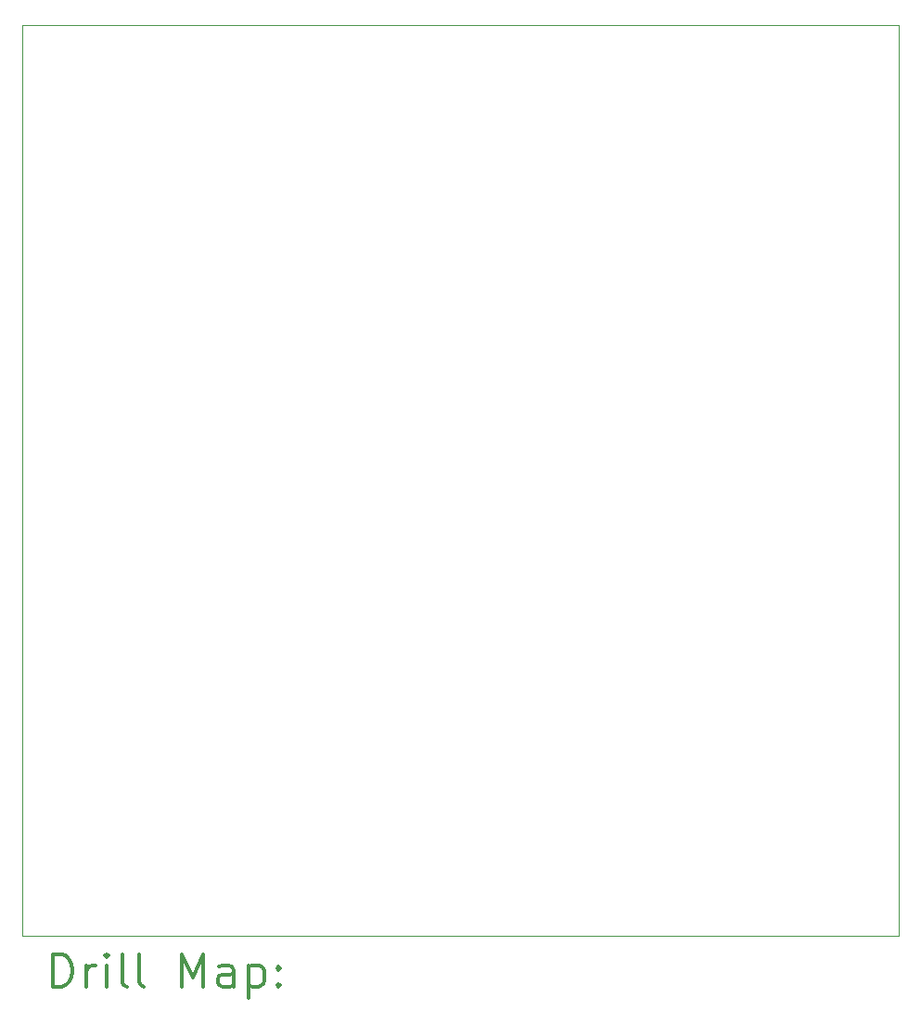
<source format=gbr>
%FSLAX45Y45*%
G04 Gerber Fmt 4.5, Leading zero omitted, Abs format (unit mm)*
G04 Created by KiCad (PCBNEW 5.1.12-84ad8e8a86~92~ubuntu20.04.1) date 2022-08-04 15:06:30*
%MOMM*%
%LPD*%
G01*
G04 APERTURE LIST*
%TA.AperFunction,Profile*%
%ADD10C,0.050000*%
%TD*%
%ADD11C,0.200000*%
%ADD12C,0.300000*%
G04 APERTURE END LIST*
D10*
X10261600Y-13843000D02*
X10261600Y-5537200D01*
X18262600Y-13843000D02*
X10261600Y-13843000D01*
X18262600Y-5537200D02*
X18262600Y-13843000D01*
X10261600Y-5537200D02*
X18262600Y-5537200D01*
D11*
D12*
X10545528Y-14311214D02*
X10545528Y-14011214D01*
X10616957Y-14011214D01*
X10659814Y-14025500D01*
X10688386Y-14054071D01*
X10702671Y-14082643D01*
X10716957Y-14139786D01*
X10716957Y-14182643D01*
X10702671Y-14239786D01*
X10688386Y-14268357D01*
X10659814Y-14296929D01*
X10616957Y-14311214D01*
X10545528Y-14311214D01*
X10845528Y-14311214D02*
X10845528Y-14111214D01*
X10845528Y-14168357D02*
X10859814Y-14139786D01*
X10874100Y-14125500D01*
X10902671Y-14111214D01*
X10931243Y-14111214D01*
X11031243Y-14311214D02*
X11031243Y-14111214D01*
X11031243Y-14011214D02*
X11016957Y-14025500D01*
X11031243Y-14039786D01*
X11045528Y-14025500D01*
X11031243Y-14011214D01*
X11031243Y-14039786D01*
X11216957Y-14311214D02*
X11188386Y-14296929D01*
X11174100Y-14268357D01*
X11174100Y-14011214D01*
X11374100Y-14311214D02*
X11345528Y-14296929D01*
X11331243Y-14268357D01*
X11331243Y-14011214D01*
X11716957Y-14311214D02*
X11716957Y-14011214D01*
X11816957Y-14225500D01*
X11916957Y-14011214D01*
X11916957Y-14311214D01*
X12188386Y-14311214D02*
X12188386Y-14154071D01*
X12174100Y-14125500D01*
X12145528Y-14111214D01*
X12088386Y-14111214D01*
X12059814Y-14125500D01*
X12188386Y-14296929D02*
X12159814Y-14311214D01*
X12088386Y-14311214D01*
X12059814Y-14296929D01*
X12045528Y-14268357D01*
X12045528Y-14239786D01*
X12059814Y-14211214D01*
X12088386Y-14196929D01*
X12159814Y-14196929D01*
X12188386Y-14182643D01*
X12331243Y-14111214D02*
X12331243Y-14411214D01*
X12331243Y-14125500D02*
X12359814Y-14111214D01*
X12416957Y-14111214D01*
X12445528Y-14125500D01*
X12459814Y-14139786D01*
X12474100Y-14168357D01*
X12474100Y-14254071D01*
X12459814Y-14282643D01*
X12445528Y-14296929D01*
X12416957Y-14311214D01*
X12359814Y-14311214D01*
X12331243Y-14296929D01*
X12602671Y-14282643D02*
X12616957Y-14296929D01*
X12602671Y-14311214D01*
X12588386Y-14296929D01*
X12602671Y-14282643D01*
X12602671Y-14311214D01*
X12602671Y-14125500D02*
X12616957Y-14139786D01*
X12602671Y-14154071D01*
X12588386Y-14139786D01*
X12602671Y-14125500D01*
X12602671Y-14154071D01*
M02*

</source>
